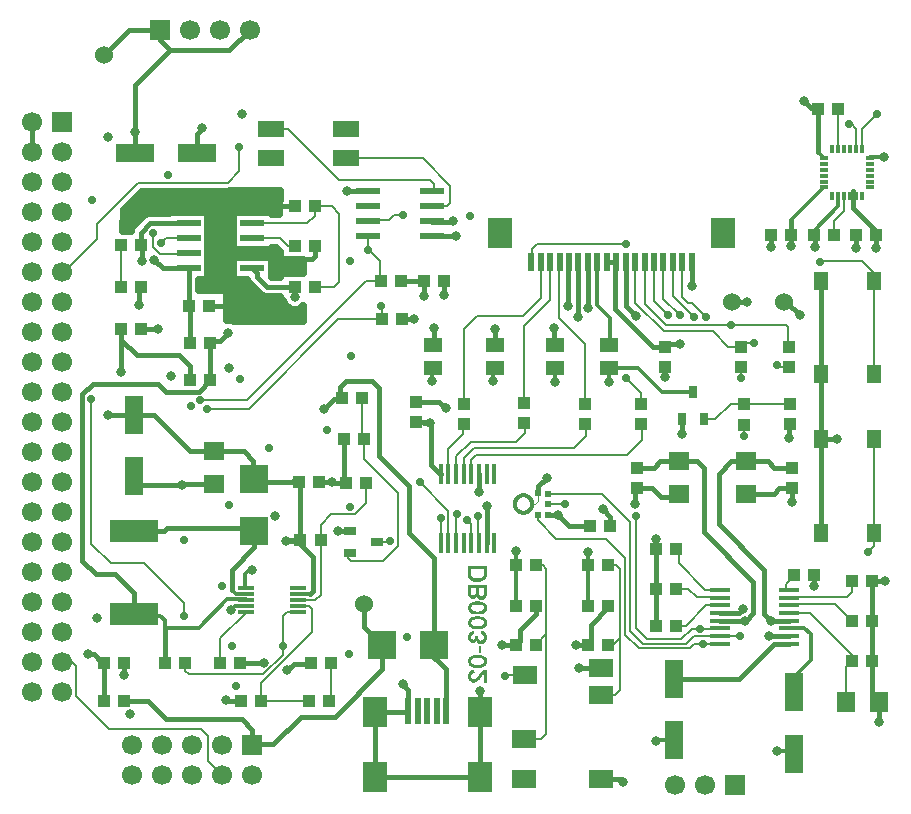
<source format=gbr>
G04 DipTrace 2.4.0.2*
%INBottom.gbr*%
%MOMM*%
%ADD12C,0.076*%
%ADD14C,0.2*%
%ADD15C,0.4*%
%ADD16C,0.3*%
%ADD17C,0.1*%
%ADD18C,0.33*%
%ADD19C,0.635*%
%ADD20R,1.3X1.55*%
%ADD21R,1.1X1.0*%
%ADD22R,1.0X1.1*%
%ADD23R,1.8X1.6*%
%ADD25R,1.65X3.3*%
%ADD26R,1.6X1.8*%
%ADD27R,3.3X1.65*%
%ADD28R,2.4X2.4*%
%ADD29R,1.7X1.7*%
%ADD31C,1.7*%
%ADD32R,0.6X1.6*%
%ADD33R,2.0X2.6*%
%ADD35R,0.5X2.3*%
%ADD36R,2.0X2.5*%
%ADD37R,2.15X1.5*%
%ADD38R,4.06X1.91*%
%ADD40R,1.05X0.65*%
%ADD41R,0.65X1.05*%
%ADD42R,1.5X1.3*%
%ADD44C,1.524*%
%ADD45R,2.0X0.6*%
%ADD46R,1.8X0.4*%
%ADD47R,0.65X0.3*%
%ADD48R,0.3X0.75*%
%ADD49R,2.1X3.2*%
%ADD50R,1.4X0.3*%
%ADD51R,0.4X1.8*%
%ADD53C,0.25*%
%ADD54R,0.522X0.6*%
%ADD55R,2.2X1.4*%
%ADD56C,0.7*%
%ADD58C,0.8*%
%FSLAX53Y53*%
G04*
G71*
G90*
G75*
G01*
%LNBottom*%
%LPD*%
X72880Y42000D2*
D14*
Y41050D1*
X70880Y23440D2*
X69440D1*
X55470Y34370D2*
Y33890D1*
X57010Y32350D1*
X61170D1*
X62830Y30690D1*
Y24210D1*
X63980Y23060D1*
X68300D1*
X68680Y23440D1*
X69440D1*
X17600Y44160D2*
Y31920D1*
X19280Y30240D1*
X22080D1*
X25440Y26880D1*
Y25800D1*
X15129Y21933D2*
X15987D1*
X16320Y21600D1*
Y19040D1*
X19120Y16240D1*
X26880D1*
X27520Y15600D1*
Y13510D1*
X28740Y12290D1*
X83920Y54190D2*
Y46240D1*
X79360Y55760D2*
Y55840D1*
X82880D1*
X84080Y54640D1*
Y54350D1*
X83920Y54190D1*
Y40750D2*
Y32800D1*
Y31760D1*
X83360Y31200D1*
X65278Y55773D2*
Y52482D1*
X66480Y51280D1*
X47860Y32000D2*
Y34700D1*
X45440Y37120D1*
X66078Y55773D2*
Y52642D1*
X67440Y51280D1*
X69200Y24720D2*
X70860D1*
X70880Y24740D1*
X69200Y24720D2*
X68470D1*
X67590Y23840D1*
X64640D1*
X63730Y24750D1*
Y34220D1*
X57700Y35250D2*
X56294D1*
X56292Y35252D1*
X39020Y40790D2*
D15*
Y37200D1*
X39180Y37040D1*
X39520Y33020D2*
X38560D1*
X30330Y18560D2*
X29030D1*
Y18650D1*
X30720Y26660D2*
D16*
Y26640D1*
X29760D1*
X29440Y26320D1*
X30260Y21840D2*
D15*
X32240D1*
X21860Y53640D2*
X21680D1*
Y52160D1*
X21280Y37650D2*
Y36870D1*
X25310D1*
X18700Y21840D2*
Y18560D1*
X36220Y21840D2*
Y21760D1*
X34800D1*
X34240Y21200D1*
X39180Y37040D2*
X38080D1*
X38000Y37120D1*
X44480Y17760D2*
Y19520D1*
X44000Y20000D1*
X41630Y12160D2*
X50530D1*
X41630Y17660D2*
X44380D1*
X44480Y17760D1*
X25310Y36870D2*
Y36950D1*
X28000D1*
X45150Y43890D2*
Y43880D1*
X47110D1*
X47625Y43365D1*
X63795Y36633D2*
X63670D1*
Y35310D1*
X50530Y17660D2*
Y19440D1*
X83770Y28720D2*
Y25330D1*
Y22000D1*
Y19030D1*
X84320Y18480D1*
Y16800D1*
X76680Y24090D2*
X75040D1*
X67386Y36080D2*
X67626Y35840D1*
X65890D1*
X65098Y36633D1*
X63795D1*
X76982Y36634D2*
X75894D1*
X75420Y36160D1*
X73140D1*
X73060Y36080D1*
X65440Y24960D2*
Y28120D1*
Y31440D1*
Y32320D1*
X61410Y26640D2*
Y26530D1*
X59920Y25040D1*
Y23530D1*
X59710Y23320D1*
X55280Y26640D2*
Y26000D1*
X53920Y24640D1*
Y23700D1*
X53580Y23360D1*
X59710Y23320D2*
Y23300D1*
X58670D1*
X53580Y23360D2*
X52430D1*
X50460Y37800D2*
X50480D1*
Y36320D1*
X67620Y42480D2*
X67660D1*
Y41170D1*
X66240Y46900D2*
X66230D1*
Y46040D1*
X62878Y55773D2*
X62880D1*
Y52080D1*
X63760Y51200D1*
X68477Y55773D2*
X68450D1*
Y53710D1*
X46440Y57950D2*
Y58000D1*
X48480D1*
X47460Y54160D2*
Y52970D1*
X79420Y32800D2*
Y40750D1*
Y46240D1*
Y54190D1*
Y40750D2*
X80800D1*
X76982Y36634D2*
X76950D1*
Y35460D1*
X83770Y28720D2*
X84800D1*
X78800Y29280D2*
Y28320D1*
X70880Y26040D2*
X72440D1*
X72800Y26400D1*
X34860Y60480D2*
X33360D1*
X31280Y56500D2*
X32860D1*
X33340Y56020D1*
X36290D1*
X36560Y56290D1*
Y57110D1*
X27620Y52000D2*
X29200D1*
X25980Y45760D2*
Y46920D1*
X25020Y47880D1*
X21470D1*
X20160Y49190D1*
Y50090D1*
Y46470D1*
X26550Y64960D2*
Y66630D1*
X27040Y67120D1*
X18700Y21840D2*
X18560D1*
X17840Y22560D1*
X17360D1*
X31200Y29709D2*
D16*
X30989D1*
X30640Y29360D1*
Y28160D1*
X30720D1*
X77940Y69390D2*
D15*
X78560Y68770D1*
X79180D1*
Y68680D1*
X78780Y58080D2*
D16*
Y58370D1*
X80875Y60465D1*
Y61355D1*
X79650Y64580D2*
X79120Y65110D1*
D15*
Y68680D1*
X79180D1*
X75180Y58080D2*
Y57070D1*
X75220D1*
X78780Y58080D2*
X78890D1*
Y57070D1*
X82380Y58080D2*
X82410D1*
Y56960D1*
X83600Y64580D2*
D16*
Y64630D1*
X84740D1*
X41630Y17660D2*
D15*
Y12160D1*
X50530Y17660D2*
Y12160D1*
X76800Y42080D2*
X76740D1*
Y40850D1*
X36900Y37120D2*
X38000D1*
X60800Y12000D2*
X62400D1*
X62640Y11760D1*
X55470Y36169D2*
Y36780D1*
X56180Y37490D1*
X54929Y35260D2*
D17*
X55160D1*
X55470Y35570D1*
Y36169D1*
X76320Y52410D2*
D15*
X76470D1*
X77610Y51270D1*
X36560Y57080D2*
Y57110D1*
X61530Y33410D2*
Y34150D1*
X60970Y34890D1*
X15129Y54953D2*
D14*
X15353D1*
X18090Y57690D1*
Y58990D1*
X21580Y62480D1*
X29200D1*
X30160Y63440D1*
Y65520D1*
X60478Y55773D2*
D16*
Y52082D1*
X61520Y51040D1*
Y48780D1*
X61440Y48700D1*
X59678Y55773D2*
D15*
Y51842D1*
X56790Y50160D2*
Y48790D1*
X56880Y48700D1*
X58878Y55773D2*
X58800D1*
Y51120D1*
X51840Y50130D2*
Y48700D1*
X58078Y55773D2*
X58000D1*
Y52000D1*
X46660Y50190D2*
Y48700D1*
X46560D1*
X72550Y24090D2*
D14*
X70880D1*
X56292Y36148D2*
X60842D1*
X63280Y33710D1*
Y24550D1*
X64380Y23450D1*
X68020D1*
X68660Y24090D1*
X70880D1*
X82070Y28720D2*
Y27830D1*
X81600Y27360D1*
X76700D1*
X76680Y27340D1*
X80875Y65305D2*
Y66725D1*
X80880Y66730D1*
Y68680D1*
X53580Y26640D2*
D16*
Y30080D1*
Y31310D1*
X65480Y15170D2*
Y15270D1*
X66960D1*
X82070Y22000D2*
D14*
Y22490D1*
X78520Y26040D1*
X76680D1*
X81520Y18480D2*
Y21450D1*
X82070Y22000D1*
X55280Y30080D2*
X55840D1*
X56160Y29760D1*
Y24240D1*
X55280Y23360D1*
X54291Y15347D2*
X55747D1*
X56160Y15760D1*
Y24240D1*
X30720Y26160D2*
Y26080D1*
X28560Y23920D1*
Y21840D1*
X22880Y58240D2*
Y57040D1*
X23440Y56480D1*
X25860D1*
X25880Y56500D1*
X46560Y46800D2*
D16*
X46460D1*
Y45670D1*
X51620D2*
Y46800D1*
X51840D1*
X56880D2*
Y45610D1*
X61440Y46800D2*
Y45610D1*
Y46800D2*
X63920D1*
X65920Y44800D1*
X68550D1*
X68570Y44780D1*
X32880Y67040D2*
D14*
X34300D1*
X38620Y62720D1*
X46320D1*
X46640Y62400D1*
Y61960D1*
X46440Y61760D1*
X39180Y64540D2*
X45700D1*
X48000Y62240D1*
Y60720D1*
X47770Y60490D1*
X46440D1*
X82070Y25330D2*
Y25370D1*
X80640Y26800D1*
X76790D1*
X76680Y26690D1*
X67140Y28120D2*
X68160D1*
X68920Y27360D1*
X70860D1*
X70880Y27340D1*
X59710Y30080D2*
D16*
Y26640D1*
Y30080D2*
Y31250D1*
X75650Y14380D2*
X76890D1*
X77120Y14150D1*
X61410Y30080D2*
D14*
X62080D1*
X62400Y29760D1*
Y23920D1*
X61800Y23320D1*
X61410D1*
X62400Y23920D2*
Y19520D1*
X62000Y19120D1*
X60845D1*
X60822Y19097D1*
X70880Y26690D2*
X69700D1*
X67970Y24960D1*
X67140D1*
X70880Y27990D2*
X69610D1*
X67360Y30240D1*
Y31440D1*
X67140D1*
X77100Y29280D2*
Y29100D1*
X76480Y28480D1*
Y28190D1*
X76680Y27990D1*
X80480Y58080D2*
Y59200D1*
X81360Y60080D1*
Y61340D1*
X81375Y61355D1*
X21900Y55830D2*
D15*
Y57240D1*
X21860Y57200D1*
X47680Y17760D2*
Y21280D1*
X45840Y23120D1*
X46880D1*
X46640Y23360D1*
Y30720D1*
X44560Y32800D1*
Y36800D1*
X42000Y39360D1*
Y45120D1*
X41410Y45710D1*
X39220D1*
X38720Y45210D1*
Y44440D1*
X38880Y44280D1*
X34860Y53660D2*
X32500D1*
X31680Y54480D1*
Y54830D1*
X31280Y55230D1*
X34860Y53660D2*
Y52780D1*
X37370Y43320D2*
X38220Y44170D1*
X38880D1*
Y44280D1*
X25880Y59040D2*
X22640D1*
X21840Y58240D1*
Y57220D1*
X21860Y57200D1*
Y50090D2*
X23260D1*
X34860Y57110D2*
D14*
X34250D1*
X33600Y57760D1*
X31290D1*
X31280Y57770D1*
X36560Y53660D2*
X38220D1*
X38640Y54080D1*
Y59840D1*
X38000Y60480D1*
X36560D1*
X31280Y59040D2*
X35920D1*
X36560Y59680D1*
Y60480D1*
X20160Y53640D2*
Y57200D1*
X25880Y57770D2*
X23930D1*
X23520Y57360D1*
X69520Y42480D2*
X70480D1*
X71760Y43760D1*
X72820D1*
X72880Y43700D1*
X76720D1*
X76800Y43780D1*
X12589Y65113D2*
D15*
Y67653D1*
X28000Y39750D2*
X30550D1*
X31360Y38940D1*
Y37360D1*
X31430D1*
X35340Y32240D2*
X34100D1*
Y32160D1*
X35340D1*
Y37170D1*
X31430D1*
Y37360D1*
X31280Y14830D2*
Y16160D1*
X30400Y17040D1*
X23990D1*
X22470Y18560D1*
X20400D1*
X40700Y26850D2*
Y24900D1*
X42240Y23360D1*
Y21290D1*
X38230Y17280D1*
X35360D1*
X33040Y14960D1*
X31410D1*
X31280Y14830D1*
X35340Y32240D2*
Y31860D1*
X36400Y30800D1*
Y27920D1*
X36140Y27660D1*
D18*
X35120D1*
X21280Y42850D2*
D15*
X19040D1*
X28000Y39750D2*
X26010D1*
X22910Y42850D1*
X21280D1*
X35200Y37120D2*
Y37280D1*
X34800D1*
X30560D2*
X30640Y37360D1*
X31430D1*
X35200Y37310D2*
X35340Y37170D1*
X40700Y26850D2*
Y26890D1*
X40580Y44280D2*
D14*
Y40930D1*
X40720Y40790D1*
Y39120D1*
X43600Y36240D1*
Y31760D1*
X42320Y30480D1*
X39640D1*
X39400Y30720D1*
Y31120D1*
X39520D1*
X25600Y21840D2*
Y21140D1*
X25890Y20850D1*
X32210D1*
X33840Y22480D1*
Y23280D1*
Y25760D1*
X34240Y26160D1*
X35120D1*
X41820Y32070D2*
X42870D1*
X42960Y32160D1*
X30720Y27660D2*
D16*
X29860D1*
X29520Y28000D1*
D15*
Y29700D1*
X31430Y31610D1*
Y32960D1*
X21280D2*
X23760D1*
X24010Y33210D1*
X31430D1*
Y32960D1*
X40880Y37040D2*
D14*
Y35360D1*
X39920Y34400D1*
X37920D1*
X37040Y33520D1*
Y32240D1*
X35120Y27160D2*
X36600D1*
X37040Y27600D1*
Y32240D1*
X36060Y18560D2*
X32000D1*
Y20080D1*
X36320Y24400D1*
Y26400D1*
X36080Y26640D1*
X35140D1*
X35120Y26660D1*
X36060Y18560D2*
D3*
X37920Y21840D2*
Y18560D1*
X37760D1*
X47860Y37800D2*
Y39940D1*
X49120Y41200D1*
Y41980D1*
X49200Y42060D1*
X49160Y37800D2*
Y39160D1*
X50000Y40000D1*
X58480D1*
X59520Y41040D1*
Y41980D1*
X59440Y42060D1*
X48510Y37800D2*
Y39310D1*
X49760Y40560D1*
X53600D1*
X54320Y41280D1*
Y42060D1*
X54240Y42140D1*
X49810Y37800D2*
Y39010D1*
X50240Y39440D1*
X62960D1*
X64240Y40720D1*
Y41980D1*
X64160Y42060D1*
X72640Y46900D2*
Y45920D1*
X76720Y46900D2*
X75850D1*
X75720Y47030D1*
X77120Y19350D2*
D16*
Y20640D1*
X78560Y22080D1*
Y24240D1*
X78000Y24800D1*
X76740D1*
X76680Y24740D1*
X66960Y20470D2*
D15*
X72470D1*
X75440Y23440D1*
X76680D1*
X50460Y32000D2*
D14*
X50400D1*
Y34240D1*
X67678Y55773D2*
Y52802D1*
X68160Y52320D1*
X68480D1*
X69680Y51120D1*
X42270Y50910D2*
Y52050D1*
X42190D1*
X27440Y43360D2*
X31000D1*
X38550Y50910D1*
X42270D1*
X41040Y59220D2*
Y59280D1*
X42800D1*
X43280Y59760D1*
X44000D1*
X81760Y67440D2*
Y67520D1*
X81920D1*
X82400Y67040D1*
Y65330D1*
X82375Y65305D1*
X66878Y55773D2*
Y52882D1*
X68640Y51120D1*
X47210Y34090D2*
Y32000D1*
X41040Y57950D2*
Y56790D1*
Y56890D1*
X42090Y55840D1*
Y54160D1*
X42140D1*
X26800Y44080D2*
X30850D1*
X40930Y54160D1*
X42140D1*
X82875Y65305D2*
Y67035D1*
X84160Y68320D1*
X64478Y55773D2*
Y52242D1*
X66320Y50400D1*
X71824D1*
X76480D1*
X76640Y50240D1*
Y48680D1*
X76720Y48600D1*
X48510Y32000D2*
Y34350D1*
X48560Y34400D1*
X63678Y55773D2*
Y52322D1*
X66090Y49910D1*
X70250D1*
X71560Y48600D1*
X72640D1*
X49810Y32000D2*
Y33550D1*
X49440Y33920D1*
X73710Y48910D2*
X72950D1*
X72640Y48600D1*
X60788Y21397D2*
D15*
X58960D1*
X54368Y20797D2*
D14*
X52583D1*
X52680Y20700D1*
X23445Y75440D2*
D15*
X20850D1*
X18720Y73310D1*
X25880Y55230D2*
Y52040D1*
X25920Y52000D1*
X26000Y48880D2*
Y51920D1*
X25920Y52000D1*
X25880Y55230D2*
X23700D1*
X22960Y55970D1*
Y55900D1*
X21350Y66780D2*
Y64960D1*
X23445Y75440D2*
Y74555D1*
X24320Y73680D1*
X29305D1*
X31065Y75440D1*
X21350Y64960D2*
Y70710D1*
X24320Y73680D1*
X27700Y48880D2*
Y49070D1*
X28510D1*
X29235Y49795D1*
X30720Y27160D2*
D16*
Y27200D1*
X29120D1*
X26720Y24800D1*
X23830D1*
Y25430D1*
X23450Y25810D1*
X21050D1*
X20890Y25970D1*
X21280D1*
X23900Y21840D2*
D15*
X23830D1*
Y24800D1*
X27700Y48880D2*
Y45780D1*
X27680Y45760D1*
X21280Y25970D2*
Y27760D1*
X19680Y29360D1*
X18000D1*
X16880Y30480D1*
Y44560D1*
X17760Y45440D1*
X23280D1*
X23920Y44800D1*
X26720D1*
X27680Y45760D1*
X41040Y61760D2*
Y61790D1*
X39240D1*
X46440Y59220D2*
Y59180D1*
X48050D1*
X48100Y59230D1*
X48280D1*
X66240Y48600D2*
X65160D1*
X62000Y51760D1*
Y55695D1*
X62078Y55773D1*
X61278D2*
X62078D1*
X73060Y38880D2*
X74920D1*
X75466Y38334D1*
X76982D1*
X67386Y38880D2*
X65780D1*
X65233Y38333D1*
X63795D1*
X73060Y38880D2*
X71820D1*
X70740Y37800D1*
Y33570D1*
X74590Y29720D1*
Y25970D1*
X75170Y25390D1*
X76680D1*
X70880D2*
X73040D1*
X73680Y26030D1*
Y28710D1*
X69510Y32880D1*
Y38290D1*
X68920Y38880D1*
X67386D1*
X70880Y25390D2*
Y25360D1*
X72960D1*
X45150Y42190D2*
X46230D1*
X46400Y42020D1*
Y38560D1*
X47160Y37800D1*
X47210D1*
X45150Y42190D2*
X46320Y42160D1*
X51110Y32000D2*
X51120D1*
Y35120D1*
X66240Y48600D2*
Y48830D1*
X67460D1*
X20400Y21840D2*
Y20800D1*
X43840Y54160D2*
X45760D1*
X45770D2*
Y52920D1*
X76880Y58080D2*
Y59310D1*
D16*
X79650Y62080D1*
X84080Y58080D2*
D15*
Y58400D1*
X82160Y60320D1*
Y61760D1*
D16*
Y61355D1*
X82375D1*
X81875D2*
X82375D1*
X84080Y58080D2*
D15*
Y56960D1*
X84030D1*
X76880Y58080D2*
Y57130D1*
X56292Y34353D2*
X57123D1*
X71840Y52400D2*
X73190D1*
X43970Y50910D2*
X44930D1*
X59830Y33410D2*
X58066D1*
X57123Y34353D1*
X59440Y43760D2*
D14*
Y48800D1*
X57200Y51040D1*
Y55695D1*
X57278Y55773D1*
X49200Y43760D2*
Y50080D1*
X50320Y51200D1*
X54160D1*
X55678Y52718D1*
Y55773D1*
X64160Y43760D2*
Y44640D1*
X62880Y45920D1*
Y57280D2*
X55360D1*
X54960Y56880D1*
Y55773D1*
X54882D1*
X54240Y43840D2*
Y50320D1*
X56478Y52558D1*
Y55773D1*
D56*
X72880Y41050D3*
X44320Y24000D3*
X69440Y23440D3*
X49680Y59680D3*
X39440Y22560D3*
D3*
X17600Y44160D3*
X25440Y25800D3*
X39520Y35040D3*
X25440Y32190D3*
X17680Y61040D3*
X79360Y55760D3*
X83360Y31200D3*
X28720Y28320D3*
X66480Y51280D3*
X37570Y41530D3*
X45440Y37120D3*
X67440Y51280D3*
X32670Y40000D3*
X29920Y19840D3*
X69200Y24720D3*
X63730Y34220D3*
X57700Y35250D3*
X69200Y24720D3*
D58*
X38560Y33020D3*
X29030Y18650D3*
X29440Y26320D3*
X32240Y21840D3*
X24400Y46080D3*
X21680Y52160D3*
X25310Y36870D3*
X34240Y21200D3*
X38000Y37120D3*
X44000Y20000D3*
X47625Y43365D3*
X63670Y35310D3*
X50530Y19440D3*
X84320Y16800D3*
X75040Y24090D3*
X65440Y32320D3*
X58670Y23300D3*
X52430Y23360D3*
X50480Y36320D3*
X67660Y41170D3*
X66230Y46040D3*
X63760Y51200D3*
X68450Y53710D3*
X48480Y58000D3*
X47460Y52970D3*
X80800Y40750D3*
X76950Y35460D3*
X33200Y34240D3*
X84800Y28720D3*
X78800Y28320D3*
X31200Y29709D3*
X18080Y25658D3*
X72800Y26400D3*
X31040Y53840D3*
X29298Y46778D3*
X30400Y68320D3*
X33360Y60480D3*
X29200Y52000D3*
X20160Y46470D3*
X27040Y67120D3*
X20870Y17470D3*
X17360Y22560D3*
X31200Y29709D3*
X77940Y69390D3*
X75220Y57070D3*
X78890D3*
X82410Y56960D3*
X84740Y64630D3*
X76740Y40850D3*
X62640Y11760D3*
X56180Y37490D3*
X77610Y51270D3*
X36560Y57080D3*
X60970Y34890D3*
D56*
X30160Y65520D3*
X24160Y63120D3*
D58*
X59678Y51842D3*
X56790Y50160D3*
X58800Y51120D3*
X51840Y50130D3*
X58000Y52000D3*
X46660Y50190D3*
D56*
X29520Y23280D3*
X72550Y24090D3*
D58*
X53580Y31310D3*
X65480Y15170D3*
D56*
X22880Y58240D3*
D58*
X46460Y45670D3*
X51620D3*
X56880Y45610D3*
X61440D3*
X56880D3*
X59710Y31250D3*
X75650Y14380D3*
X21900Y55830D3*
X34860Y52780D3*
X37370Y43320D3*
X23260Y50090D3*
X21900Y55830D3*
X34860Y52780D3*
D56*
X23520Y57360D3*
D58*
X19040Y66320D3*
Y42850D3*
X40700Y26890D3*
X34100Y32160D3*
D56*
X42960D3*
X33840Y23280D3*
X72640Y45920D3*
X75720Y47030D3*
X50400Y34240D3*
X69680Y51120D3*
X29280Y35200D3*
X42190Y52050D3*
X27440Y43360D3*
X44000Y59760D3*
X81760Y67440D3*
X42190Y52050D3*
X44000Y59760D3*
X68640Y51120D3*
X47210Y34090D3*
D3*
X26800Y44080D3*
X41040Y56790D3*
X84160Y68320D3*
X41040Y56790D3*
X48560Y34400D3*
X71824Y50400D3*
X49440Y33920D3*
X73710Y48910D3*
D58*
X58960Y21397D3*
D56*
X52680Y20700D3*
D58*
X22960Y55900D3*
X21350Y66780D3*
X29235Y49795D3*
D56*
X26080Y43600D3*
X39600Y47840D3*
X26080Y43600D3*
X30240Y45840D3*
X39520Y55840D3*
X30240Y45840D3*
D58*
X39240Y61790D3*
X48280Y59230D3*
X72960Y25360D3*
X75170Y25390D3*
X46320Y42160D3*
X51120Y35120D3*
X67460Y48830D3*
X20400Y20800D3*
X45770Y52920D3*
X84030Y56960D3*
X76880Y57130D3*
X57123Y34353D3*
X73190Y52400D3*
X44930Y50910D3*
D56*
X62880Y45920D3*
Y57280D3*
X21423Y61171D2*
D19*
X33499D1*
X20798Y60539D2*
X33499D1*
X20430Y59908D2*
X22486D1*
X27614D2*
X29541D1*
X33011D2*
X33490D1*
X20420Y59276D2*
X21573D1*
X27614D2*
X29541D1*
X20401Y58644D2*
X21008D1*
X27614D2*
X29541D1*
X27614Y58013D2*
X29541D1*
X27614Y57381D2*
X29541D1*
X27614Y56749D2*
X33450D1*
X27614Y56118D2*
X29541D1*
X33011D2*
X33579D1*
X27614Y55486D2*
X29541D1*
X33011D2*
X35533D1*
X27614Y54854D2*
X29541D1*
X33011D2*
X35533D1*
X26820Y54223D2*
X30781D1*
X26820Y53591D2*
X31267D1*
X29162Y52959D2*
X31912D1*
X29172Y52328D2*
X33827D1*
X29181Y51696D2*
X35524D1*
X29201Y51064D2*
X35524D1*
X20336Y58373D2*
X20984D1*
X21097Y58699D1*
X21447Y59082D1*
X22023Y59657D1*
X22283Y59836D1*
X22640Y59913D1*
X24198D1*
X24207Y60013D1*
X27553D1*
X27543Y58067D1*
X27553Y57790D1*
X27543Y56797D1*
X27553Y56520D1*
X27543Y55527D1*
X27553Y55250D1*
Y54257D1*
X26749D1*
X26753Y53375D1*
X28782Y53357D1*
X29049Y53200D1*
X29097Y53046D1*
X29139Y50854D1*
X29259Y50868D1*
X29571Y50814D1*
X29739Y50730D1*
X35583Y50758D1*
X35586Y51999D1*
X35265Y51786D1*
X34958Y51712D1*
X34642Y51730D1*
X34345Y51839D1*
X34093Y52030D1*
X33907Y52286D1*
X33840Y52483D1*
X33637Y52487D1*
Y52795D1*
X32500Y52787D1*
X32189Y52844D1*
X31883Y53043D1*
X31063Y53863D1*
X30901Y54086D1*
X30730Y54257D1*
X29607D1*
Y56203D1*
X32953D1*
Y54526D1*
X33641Y54533D1*
X33637Y54833D1*
X35592D1*
X35596Y55928D1*
X34178Y55937D1*
X33637D1*
Y56622D1*
X33276Y56991D1*
X32955Y56987D1*
X32953Y56797D1*
X29607D1*
X29617Y58743D1*
X29607Y59020D1*
Y60013D1*
X32953D1*
Y59805D1*
X33552Y59813D1*
X33570Y61796D1*
X29555Y61790D1*
X29403Y61734D1*
X29200Y61707D1*
X21907D1*
X20367Y60170D1*
X20338Y58375D1*
X20955Y58373D1*
X35584Y51999D2*
X35537Y51948D1*
X35265Y51786D1*
X34958Y51712D1*
X34642Y51730D1*
X34345Y51839D1*
X34093Y52030D1*
X33907Y52286D1*
X33840Y52483D1*
D21*
X45760Y54160D3*
X47460D3*
X84080Y58080D3*
X82380D3*
D22*
X66240Y48600D3*
Y46900D3*
D23*
X67386Y38880D3*
Y36080D3*
D22*
X63795Y38333D3*
Y36633D3*
D25*
X66960Y20470D3*
Y15270D3*
D23*
X73060Y38880D3*
Y36080D3*
D22*
X76982Y38334D3*
Y36634D3*
D25*
X77120Y19350D3*
Y14150D3*
D21*
X61410Y23320D3*
X59710D3*
D26*
X81520Y18480D3*
X84320D3*
D21*
X82070Y22000D3*
X83770D3*
X55280Y23360D3*
X53580D3*
X80880Y68680D3*
X79180D3*
X76880Y58080D3*
X75180D3*
X80480D3*
X78780D3*
X25920Y52000D3*
X27620D3*
X21860Y50090D3*
X20160D3*
X35200Y37120D3*
X36900D3*
D23*
X28000Y39750D3*
Y36950D3*
D27*
X21350Y64960D3*
X26550D3*
D21*
X27680Y45760D3*
X25980D3*
X37920Y21840D3*
X36220D3*
D22*
X45150Y42190D3*
Y43890D3*
D25*
X21280Y42850D3*
Y37650D3*
D21*
X32030Y18560D3*
X30330D3*
X20400Y21840D3*
X18700D3*
X20400Y18560D3*
X18700D3*
D28*
X42240Y23360D3*
X46640D3*
D21*
X20160Y57200D3*
X21860D3*
D28*
X31430Y37360D3*
Y32960D3*
D29*
X15129Y67653D3*
D31*
X12589D3*
X15129Y65113D3*
X12589D3*
X15129Y62573D3*
X12589D3*
X15129Y60033D3*
X12589D3*
X15129Y57493D3*
X12589D3*
X15129Y54953D3*
X12589D3*
X15129Y52413D3*
X12589D3*
X15129Y49873D3*
X12589D3*
X15129Y47333D3*
X12589D3*
X15129Y44793D3*
X12589D3*
X15129Y42253D3*
X12589D3*
X15129Y39713D3*
X12589D3*
X15129Y37173D3*
X12589D3*
X15129Y34633D3*
X12589D3*
X15129Y32093D3*
X12589D3*
X15129Y29553D3*
X12589D3*
X15129Y27013D3*
X12589D3*
X15129Y24473D3*
X12589D3*
X15129Y21933D3*
X12589D3*
X15129Y19393D3*
X12589D3*
D32*
X54882Y55773D3*
X55678D3*
X56478D3*
X57278D3*
X58078D3*
X58878D3*
X59678D3*
X60478D3*
X61278D3*
X62078D3*
X62878D3*
X63678D3*
X64478D3*
X65278D3*
X66078D3*
X66878D3*
D33*
X71148Y58232D3*
X52214D3*
D32*
X67678Y55773D3*
X68477D3*
D29*
X72120Y11520D3*
D31*
X69580D3*
X67040D3*
D35*
X47680Y17760D3*
X46880D3*
X46080D3*
X45280D3*
X44480D3*
D36*
X50530Y17660D3*
X41630D3*
X50530Y12160D3*
X41630D3*
D29*
X23445Y75440D3*
D31*
X25985D3*
X28525D3*
X31065D3*
D37*
X60800Y12000D3*
X54368Y20797D3*
X60788Y21397D3*
X60822Y19097D3*
X54291Y15347D3*
Y11997D3*
D29*
X31280Y14830D3*
D31*
Y12290D3*
X28740Y14830D3*
Y12290D3*
X26200Y14830D3*
Y12290D3*
X23660Y14830D3*
Y12290D3*
X21120Y14830D3*
Y12290D3*
D38*
X21280Y25970D3*
Y32960D3*
D40*
X39520Y31120D3*
Y33020D3*
X41820Y32070D3*
D41*
X69520Y42480D3*
X67620D3*
X68570Y44780D3*
D21*
X43970Y50910D3*
X42270D3*
X43840Y54160D3*
X42140D3*
X83770Y25330D3*
X82070D3*
X65440Y28120D3*
X67140D3*
X61410Y26640D3*
X59710D3*
X61410Y30080D3*
X59710D3*
X55280Y26640D3*
X53580D3*
X55280Y30080D3*
X53580D3*
X65440Y24960D3*
X67140D3*
X83770Y28720D3*
X82070D3*
X65440Y31440D3*
X67140D3*
X78800Y29280D3*
X77100D3*
X34860Y53660D3*
X36560D3*
Y60480D3*
X34860D3*
X36560Y57110D3*
X34860D3*
X21860Y53640D3*
X20160D3*
D42*
X61440Y46800D3*
Y48700D3*
X56880Y46800D3*
Y48700D3*
X51840Y46800D3*
Y48700D3*
X46560Y46800D3*
Y48700D3*
D22*
X72880Y42000D3*
Y43700D3*
X76800Y42080D3*
Y43780D3*
D21*
X38880Y44280D3*
X40580D3*
X27700Y48880D3*
X26000D3*
X40720Y40790D3*
X39020D3*
D22*
X64160Y43760D3*
Y42060D3*
X54240Y43840D3*
Y42140D3*
D21*
X25600Y21840D3*
X23900D3*
X37040Y32240D3*
X35340D3*
X39180Y37040D3*
X40880D3*
X30260Y21840D3*
X28560D3*
X37760Y18560D3*
X36060D3*
D22*
X59440Y43760D3*
Y42060D3*
X49200Y43760D3*
Y42060D3*
X76720Y48600D3*
Y46900D3*
X72640Y48600D3*
Y46900D3*
D20*
X83920Y46240D3*
Y54190D3*
X79420Y46240D3*
Y54190D3*
X83920Y32800D3*
Y40750D3*
X79420Y32800D3*
Y40750D3*
D44*
X18720Y73310D3*
X40700Y26850D3*
X71840Y52400D3*
X76320Y52410D3*
D45*
X46440Y61760D3*
Y60490D3*
Y59220D3*
Y57950D3*
X41040D3*
Y59220D3*
Y60490D3*
Y61760D3*
D46*
X70880Y23440D3*
Y24090D3*
Y24740D3*
Y25390D3*
Y26040D3*
Y26690D3*
Y27340D3*
Y27990D3*
X76680D3*
Y27340D3*
Y26690D3*
Y26040D3*
Y25390D3*
Y24740D3*
Y24090D3*
Y23440D3*
D47*
X83600Y64580D3*
Y64080D3*
Y63580D3*
Y63080D3*
Y62580D3*
Y62080D3*
D48*
X82875Y61355D3*
X82375D3*
X81875D3*
X81375D3*
X80875D3*
X80375D3*
D47*
X79650Y62080D3*
Y62580D3*
Y63080D3*
Y63580D3*
Y64080D3*
Y64580D3*
D48*
X80375Y65305D3*
X80875D3*
X81375D3*
X81875D3*
X82375D3*
X82875D3*
D45*
X31280Y59040D3*
Y57770D3*
Y56500D3*
Y55230D3*
X25880D3*
Y56500D3*
Y57770D3*
Y59040D3*
D49*
X28580Y57035D3*
D50*
X30720Y26160D3*
Y26660D3*
Y27160D3*
Y27660D3*
Y28160D3*
X35120D3*
Y27660D3*
Y27160D3*
Y26660D3*
Y26160D3*
D51*
X47210Y37800D3*
X47860D3*
X48510D3*
X49160D3*
X49810D3*
X50460D3*
X51110D3*
X51760D3*
Y32000D3*
X51110D3*
X50460D3*
X49810D3*
X49160D3*
X48510D3*
X47860D3*
X47210D3*
D53*
X54929Y35260D3*
D54*
X55470Y34370D3*
Y36169D3*
X56292Y36148D3*
Y35252D3*
Y34353D3*
D55*
X32880Y67040D3*
Y64540D3*
X39180D3*
Y67040D3*
D21*
X59830Y33410D3*
X61530D3*
X53492Y35271D2*
D16*
X53494Y35322D1*
X53499Y35374D1*
X53508Y35424D1*
X53520Y35474D1*
X53536Y35523D1*
X53555Y35571D1*
X53578Y35617D1*
X53603Y35662D1*
X53632Y35704D1*
X53663Y35745D1*
X53698Y35783D1*
X53734Y35819D1*
X53774Y35852D1*
X53815Y35882D1*
X53858Y35909D1*
X53903Y35933D1*
X53950Y35954D1*
X53998Y35972D1*
X54047Y35986D1*
X54097Y35997D1*
X54148Y36004D1*
X54199Y36008D1*
X54250D1*
X54301Y36004D1*
X54352Y35997D1*
X54402Y35986D1*
X54451Y35972D1*
X54499Y35954D1*
X54546Y35933D1*
X54591Y35909D1*
X54634Y35882D1*
X54676Y35852D1*
X54715Y35819D1*
X54752Y35783D1*
X54786Y35745D1*
X54817Y35704D1*
X54846Y35662D1*
X54871Y35617D1*
X54894Y35571D1*
X54913Y35523D1*
X54929Y35474D1*
X54941Y35424D1*
X54950Y35374D1*
X54955Y35322D1*
X54957Y35271D1*
X54955Y35220D1*
X54950Y35168D1*
X54941Y35118D1*
X54929Y35068D1*
X54913Y35019D1*
X54894Y34971D1*
X54871Y34925D1*
X54846Y34881D1*
X54817Y34838D1*
X54786Y34797D1*
X54752Y34759D1*
X54715Y34723D1*
X54676Y34690D1*
X54634Y34660D1*
X54591Y34633D1*
X54546Y34609D1*
X54499Y34588D1*
X54451Y34570D1*
X54402Y34556D1*
X54352Y34545D1*
X54301Y34538D1*
X54250Y34535D1*
X54199D1*
X54148Y34538D1*
X54097Y34545D1*
X54047Y34556D1*
X53998Y34570D1*
X53950Y34588D1*
X53903Y34609D1*
X53858Y34633D1*
X53815Y34660D1*
X53774Y34690D1*
X53734Y34723D1*
X53698Y34759D1*
X53663Y34797D1*
X53632Y34838D1*
X53603Y34881D1*
X53578Y34925D1*
X53555Y34971D1*
X53536Y35019D1*
X53520Y35068D1*
X53508Y35118D1*
X53499Y35168D1*
X53494Y35220D1*
X53492Y35271D1*
X49514Y30038D2*
D12*
X51072D1*
X49514Y30000D2*
X51072D1*
X49514Y29962D2*
X51072D1*
X49514Y29924D2*
X51072D1*
X49514Y29886D2*
X51072D1*
X49514Y29848D2*
X49666D1*
X50920D2*
X51072D1*
X49514Y29810D2*
X49666D1*
X50920D2*
X51072D1*
X49514Y29772D2*
X49666D1*
X50920D2*
X51072D1*
X49514Y29734D2*
X49666D1*
X50920D2*
X51072D1*
X49514Y29696D2*
X49666D1*
X50920D2*
X51072D1*
X49514Y29658D2*
X49666D1*
X50920D2*
X51072D1*
X49514Y29620D2*
X49666D1*
X50920D2*
X51072D1*
X49514Y29582D2*
X49666D1*
X50920D2*
X51072D1*
X49514Y29544D2*
X49666D1*
X50920D2*
X51072D1*
X49514Y29506D2*
X49666D1*
X50918D2*
X51072D1*
X49514Y29468D2*
X49666D1*
X50913D2*
X51072D1*
X49514Y29430D2*
X49666D1*
X50904D2*
X51070D1*
X49514Y29392D2*
X49666D1*
X50894D2*
X51065D1*
X49514Y29354D2*
X49667D1*
X50888D2*
X51056D1*
X49514Y29316D2*
X49672D1*
X50883D2*
X51046D1*
X49515Y29278D2*
X49683D1*
X50876D2*
X51038D1*
X49520Y29240D2*
X49699D1*
X50865D2*
X51030D1*
X49531Y29202D2*
X49721D1*
X50849D2*
X51019D1*
X49545Y29164D2*
X49750D1*
X50825D2*
X51007D1*
X49563Y29126D2*
X49785D1*
X50790D2*
X50994D1*
X49582Y29088D2*
X49832D1*
X50736D2*
X50976D1*
X49606Y29050D2*
X49910D1*
X50650D2*
X50953D1*
X49635Y29012D2*
X50056D1*
X50497D2*
X50925D1*
X49669Y28974D2*
X50291D1*
X50259D2*
X50890D1*
X49707Y28936D2*
X50848D1*
X49752Y28898D2*
X50799D1*
X49814Y28860D2*
X50735D1*
X49904Y28822D2*
X50644D1*
X50024Y28784D2*
X50523D1*
X50160Y28746D2*
X50388D1*
X49514Y28442D2*
X51072D1*
X49514Y28404D2*
X51072D1*
X49514Y28366D2*
X51072D1*
X49514Y28328D2*
X51072D1*
X49514Y28290D2*
X51072D1*
X49514Y28252D2*
X51072D1*
X49514Y28214D2*
X49666D1*
X50198D2*
X50350D1*
X50920D2*
X51072D1*
X49514Y28176D2*
X49666D1*
X50198D2*
X50350D1*
X50920D2*
X51072D1*
X49514Y28138D2*
X49666D1*
X50198D2*
X50350D1*
X50920D2*
X51072D1*
X49514Y28100D2*
X49666D1*
X50198D2*
X50350D1*
X50920D2*
X51072D1*
X49514Y28062D2*
X49666D1*
X50198D2*
X50350D1*
X50920D2*
X51072D1*
X49514Y28024D2*
X49666D1*
X50198D2*
X50350D1*
X50920D2*
X51072D1*
X49514Y27986D2*
X49666D1*
X50198D2*
X50350D1*
X50920D2*
X51072D1*
X49514Y27948D2*
X49666D1*
X50198D2*
X50350D1*
X50920D2*
X51072D1*
X49514Y27910D2*
X49666D1*
X50198D2*
X50350D1*
X50920D2*
X51072D1*
X49514Y27872D2*
X49666D1*
X50196D2*
X50350D1*
X50920D2*
X51072D1*
X49514Y27834D2*
X49666D1*
X50191D2*
X50350D1*
X50918D2*
X51072D1*
X49514Y27796D2*
X49666D1*
X50182D2*
X50350D1*
X50913D2*
X51072D1*
X49514Y27758D2*
X49667D1*
X50172D2*
X50350D1*
X50904D2*
X51070D1*
X49514Y27720D2*
X49672D1*
X50164D2*
X50351D1*
X50894D2*
X51065D1*
X49515Y27682D2*
X49683D1*
X50154D2*
X50356D1*
X50886D2*
X51056D1*
X49520Y27644D2*
X49701D1*
X50140D2*
X50367D1*
X50878D2*
X51046D1*
X49531Y27606D2*
X49726D1*
X50106D2*
X50383D1*
X50864D2*
X51038D1*
X49545Y27568D2*
X49800D1*
X50029D2*
X50408D1*
X50845D2*
X51030D1*
X49563Y27530D2*
X49912D1*
X49915D2*
X50443D1*
X50795D2*
X51018D1*
X49584Y27492D2*
X50202D1*
X50281D2*
X50519D1*
X50719D2*
X51002D1*
X49614Y27454D2*
X50169D1*
X50296D2*
X50618D1*
X50617D2*
X50985D1*
X49658Y27416D2*
X50131D1*
X50317D2*
X50964D1*
X49716Y27378D2*
X50089D1*
X50345D2*
X50934D1*
X49780Y27340D2*
X50046D1*
X50380D2*
X50889D1*
X50421Y27302D2*
X50831D1*
X50464Y27264D2*
X50768D1*
X50198Y27036D2*
X50388D1*
X50023Y26998D2*
X50563D1*
X49887Y26960D2*
X50700D1*
X49792Y26922D2*
X50799D1*
X49725Y26884D2*
X50870D1*
X49676Y26846D2*
X50921D1*
X49637Y26808D2*
X49979D1*
X50652D2*
X50960D1*
X49608Y26770D2*
X49888D1*
X50722D2*
X50990D1*
X49585Y26732D2*
X49820D1*
X50781D2*
X51013D1*
X49569Y26694D2*
X49774D1*
X50825D2*
X51030D1*
X49560Y26656D2*
X49743D1*
X50855D2*
X51045D1*
X49555Y26618D2*
X49723D1*
X50876D2*
X51057D1*
X49553Y26580D2*
X49712D1*
X50891D2*
X51065D1*
X49552Y26542D2*
X49707D1*
X50902D2*
X51069D1*
X49552Y26504D2*
X49705D1*
X50898D2*
X51069D1*
X49552Y26466D2*
X49706D1*
X50890D2*
X51065D1*
X49553Y26428D2*
X49712D1*
X50879D2*
X51056D1*
X49558Y26390D2*
X49727D1*
X50860D2*
X51045D1*
X49569Y26352D2*
X49754D1*
X50832D2*
X51033D1*
X49583Y26314D2*
X49795D1*
X50790D2*
X51019D1*
X49601Y26276D2*
X49859D1*
X50727D2*
X51002D1*
X49622Y26238D2*
X49951D1*
X50634D2*
X50979D1*
X49650Y26200D2*
X50069D1*
X50516D2*
X50948D1*
X49691Y26162D2*
X50908D1*
X49743Y26124D2*
X50854D1*
X49813Y26086D2*
X50780D1*
X49904Y26048D2*
X50685D1*
X50008Y26010D2*
X50578D1*
X50198Y25782D2*
X50388D1*
X50023Y25744D2*
X50563D1*
X49887Y25706D2*
X50700D1*
X49792Y25668D2*
X50799D1*
X49725Y25630D2*
X50870D1*
X49676Y25592D2*
X50921D1*
X49637Y25554D2*
X49979D1*
X50652D2*
X50960D1*
X49608Y25516D2*
X49888D1*
X50722D2*
X50990D1*
X49585Y25478D2*
X49820D1*
X50781D2*
X51013D1*
X49569Y25440D2*
X49774D1*
X50825D2*
X51030D1*
X49560Y25402D2*
X49743D1*
X50855D2*
X51045D1*
X49555Y25364D2*
X49723D1*
X50876D2*
X51057D1*
X49553Y25326D2*
X49712D1*
X50891D2*
X51065D1*
X49552Y25288D2*
X49707D1*
X50902D2*
X51069D1*
X49552Y25250D2*
X49705D1*
X50898D2*
X51069D1*
X49552Y25212D2*
X49706D1*
X50890D2*
X51065D1*
X49553Y25174D2*
X49712D1*
X50879D2*
X51056D1*
X49558Y25136D2*
X49727D1*
X50860D2*
X51045D1*
X49569Y25098D2*
X49754D1*
X50832D2*
X51033D1*
X49583Y25060D2*
X49795D1*
X50790D2*
X51019D1*
X49601Y25022D2*
X49859D1*
X50727D2*
X51002D1*
X49622Y24984D2*
X49951D1*
X50634D2*
X50979D1*
X49650Y24946D2*
X50069D1*
X50516D2*
X50948D1*
X49691Y24908D2*
X50908D1*
X49743Y24870D2*
X50854D1*
X49813Y24832D2*
X50780D1*
X49904Y24794D2*
X50685D1*
X50008Y24756D2*
X50578D1*
X49856Y24490D2*
X49932D1*
X50616D2*
X50768D1*
X49787Y24452D2*
X49933D1*
X50616D2*
X50823D1*
X49728Y24414D2*
X49939D1*
X50619D2*
X50872D1*
X49683Y24376D2*
X49952D1*
X50626D2*
X50914D1*
X49648Y24338D2*
X49970D1*
X50659D2*
X50950D1*
X49618Y24300D2*
X49906D1*
X50704D2*
X50978D1*
X49592Y24262D2*
X49845D1*
X50753D2*
X51000D1*
X49573Y24224D2*
X49794D1*
X50797D2*
X51018D1*
X49561Y24186D2*
X49755D1*
X50833D2*
X51032D1*
X49556Y24148D2*
X49725D1*
X50859D2*
X51046D1*
X49553Y24110D2*
X49714D1*
X50160D2*
X50312D1*
X50877D2*
X51058D1*
X49552Y24072D2*
X49708D1*
X50154D2*
X50294D1*
X50891D2*
X51065D1*
X49552Y24034D2*
X49706D1*
X50144D2*
X50283D1*
X50902D2*
X51069D1*
X49552Y23996D2*
X49706D1*
X50134D2*
X50279D1*
X50898D2*
X51069D1*
X49552Y23958D2*
X49710D1*
X50126D2*
X50282D1*
X50890D2*
X51065D1*
X49553Y23920D2*
X49721D1*
X50116D2*
X50291D1*
X50880D2*
X51056D1*
X49558Y23882D2*
X49739D1*
X50102D2*
X50307D1*
X50867D2*
X51045D1*
X49569Y23844D2*
X49763D1*
X50063D2*
X50329D1*
X50849D2*
X51033D1*
X49585Y23806D2*
X49824D1*
X50004D2*
X50360D1*
X50823D2*
X51019D1*
X49607Y23768D2*
X49909D1*
X49918D2*
X50404D1*
X50788D2*
X51002D1*
X49636Y23730D2*
X50160D1*
X50242D2*
X50473D1*
X50698D2*
X50980D1*
X49671Y23692D2*
X50120D1*
X50253D2*
X50573D1*
X50955D1*
X49712Y23654D2*
X50076D1*
X50270D2*
X50925D1*
X49763Y23616D2*
X50025D1*
X50299D2*
X50889D1*
X49818Y23578D2*
X49970D1*
X50343D2*
X50842D1*
X50400Y23540D2*
X50788D1*
X50464Y23502D2*
X50730D1*
X50426Y23274D2*
X50578D1*
X50426Y23236D2*
X50578D1*
X50426Y23198D2*
X50578D1*
X50426Y23160D2*
X50578D1*
X50426Y23122D2*
X50578D1*
X50426Y23084D2*
X50578D1*
X50426Y23046D2*
X50578D1*
X50426Y23008D2*
X50578D1*
X50426Y22970D2*
X50578D1*
X50426Y22932D2*
X50578D1*
X50426Y22894D2*
X50578D1*
X50426Y22856D2*
X50578D1*
X50426Y22818D2*
X50578D1*
X50426Y22780D2*
X50578D1*
X50426Y22742D2*
X50578D1*
X50426Y22704D2*
X50578D1*
X50198Y22514D2*
X50388D1*
X50023Y22476D2*
X50563D1*
X49887Y22438D2*
X50700D1*
X49792Y22400D2*
X50799D1*
X49725Y22362D2*
X50870D1*
X49676Y22324D2*
X50921D1*
X49637Y22286D2*
X49979D1*
X50652D2*
X50960D1*
X49608Y22248D2*
X49888D1*
X50722D2*
X50990D1*
X49585Y22210D2*
X49820D1*
X50781D2*
X51013D1*
X49569Y22172D2*
X49774D1*
X50825D2*
X51030D1*
X49560Y22134D2*
X49743D1*
X50855D2*
X51045D1*
X49555Y22096D2*
X49723D1*
X50876D2*
X51057D1*
X49553Y22058D2*
X49712D1*
X50891D2*
X51065D1*
X49552Y22020D2*
X49707D1*
X50902D2*
X51069D1*
X49552Y21982D2*
X49705D1*
X50898D2*
X51069D1*
X49552Y21944D2*
X49706D1*
X50890D2*
X51065D1*
X49553Y21906D2*
X49712D1*
X50879D2*
X51056D1*
X49558Y21868D2*
X49727D1*
X50860D2*
X51045D1*
X49569Y21830D2*
X49754D1*
X50832D2*
X51033D1*
X49583Y21792D2*
X49795D1*
X50790D2*
X51019D1*
X49601Y21754D2*
X49859D1*
X50727D2*
X51002D1*
X49622Y21716D2*
X49951D1*
X50634D2*
X50979D1*
X49650Y21678D2*
X50069D1*
X50516D2*
X50948D1*
X49691Y21640D2*
X50908D1*
X49743Y21602D2*
X50854D1*
X49813Y21564D2*
X50780D1*
X49904Y21526D2*
X50685D1*
X50008Y21488D2*
X50578D1*
X50958Y21260D2*
X51072D1*
X49856Y21222D2*
X49970D1*
X50889D2*
X51072D1*
X49787Y21184D2*
X49971D1*
X50829D2*
X51072D1*
X49727Y21146D2*
X49977D1*
X50778D2*
X51072D1*
X49678Y21108D2*
X49990D1*
X50734D2*
X51072D1*
X49640Y21070D2*
X50008D1*
X50693D2*
X51072D1*
X49613Y21032D2*
X49922D1*
X50654D2*
X51072D1*
X49595Y20994D2*
X49851D1*
X50616D2*
X50844D1*
X50920D2*
X51072D1*
X49579Y20956D2*
X49796D1*
X50579D2*
X50806D1*
X50920D2*
X51072D1*
X49566Y20918D2*
X49756D1*
X50546D2*
X50768D1*
X50920D2*
X51072D1*
X49559Y20880D2*
X49725D1*
X50517D2*
X50730D1*
X50920D2*
X51072D1*
X49555Y20842D2*
X49714D1*
X50489D2*
X50693D1*
X50920D2*
X51072D1*
X49553Y20804D2*
X49708D1*
X50457D2*
X50660D1*
X50920D2*
X51072D1*
X49552Y20766D2*
X49705D1*
X50423D2*
X50631D1*
X50920D2*
X51072D1*
X49552Y20728D2*
X49704D1*
X50388D2*
X50603D1*
X50920D2*
X51072D1*
X49552Y20690D2*
X49705D1*
X50355D2*
X50572D1*
X50920D2*
X51072D1*
X49552Y20652D2*
X49710D1*
X50325D2*
X50538D1*
X50920D2*
X51072D1*
X49553Y20614D2*
X49721D1*
X50292D2*
X50507D1*
X50920D2*
X51072D1*
X49558Y20576D2*
X49738D1*
X50251D2*
X50479D1*
X50920D2*
X51072D1*
X49569Y20538D2*
X49761D1*
X50197D2*
X50451D1*
X50920D2*
X51072D1*
X49583Y20500D2*
X49837D1*
X50112D2*
X50419D1*
X50920D2*
X51072D1*
X49601Y20462D2*
X49963D1*
X49981D2*
X50383D1*
X50920D2*
X51072D1*
X49620Y20424D2*
X50342D1*
X50920D2*
X51072D1*
X49646Y20386D2*
X50294D1*
X50920D2*
X51072D1*
X49683Y20348D2*
X50239D1*
X50920D2*
X51072D1*
X49738Y20310D2*
X50173D1*
X50920D2*
X51072D1*
X49811Y20272D2*
X50094D1*
X50920D2*
X51072D1*
X49894Y20234D2*
X50008D1*
X50920D2*
X51072D1*
X49514Y30038D2*
Y30000D1*
Y29962D1*
Y29924D1*
Y29886D1*
Y29848D1*
Y29810D1*
Y29772D1*
Y29734D1*
Y29696D1*
Y29658D1*
Y29620D1*
Y29582D1*
Y29544D1*
Y29506D1*
Y29468D1*
Y29430D1*
Y29392D1*
Y29354D1*
Y29316D1*
X49515Y29278D1*
X49520Y29240D1*
X49531Y29202D1*
X49545Y29164D1*
X49563Y29126D1*
X49582Y29088D1*
X49606Y29050D1*
X49635Y29012D1*
X49669Y28974D1*
X49707Y28936D1*
X49752Y28898D1*
X49814Y28860D1*
X49904Y28822D1*
X50024Y28784D1*
X50160Y28746D1*
X51072Y30038D2*
Y30000D1*
Y29962D1*
Y29924D1*
Y29886D1*
Y29848D1*
Y29810D1*
Y29772D1*
Y29734D1*
Y29696D1*
Y29658D1*
Y29620D1*
Y29582D1*
Y29544D1*
Y29506D1*
Y29468D1*
X51070Y29430D1*
X51065Y29392D1*
X51056Y29354D1*
X51046Y29316D1*
X51038Y29278D1*
X51030Y29240D1*
X51019Y29202D1*
X51007Y29164D1*
X50994Y29126D1*
X50976Y29088D1*
X50953Y29050D1*
X50925Y29012D1*
X50890Y28974D1*
X50848Y28936D1*
X50799Y28898D1*
X50735Y28860D1*
X50644Y28822D1*
X50523Y28784D1*
X50388Y28746D1*
X49666Y29886D2*
Y29848D1*
Y29810D1*
Y29772D1*
Y29734D1*
Y29696D1*
Y29658D1*
Y29620D1*
Y29582D1*
Y29544D1*
Y29506D1*
Y29468D1*
Y29430D1*
Y29392D1*
X49667Y29354D1*
X49672Y29316D1*
X49683Y29278D1*
X49699Y29240D1*
X49721Y29202D1*
X49750Y29164D1*
X49785Y29126D1*
X49832Y29088D1*
X49910Y29050D1*
X50056Y29012D1*
X50291Y28974D1*
X50578Y28936D1*
X50920Y29886D2*
Y29848D1*
Y29810D1*
Y29772D1*
Y29734D1*
Y29696D1*
Y29658D1*
Y29620D1*
Y29582D1*
Y29544D1*
X50918Y29506D1*
X50913Y29468D1*
X50904Y29430D1*
X50894Y29392D1*
X50888Y29354D1*
X50883Y29316D1*
X50876Y29278D1*
X50865Y29240D1*
X50849Y29202D1*
X50825Y29164D1*
X50790Y29126D1*
X50736Y29088D1*
X50650Y29050D1*
X50497Y29012D1*
X50259Y28974D1*
X49970Y28936D1*
X49514Y28442D2*
Y28404D1*
Y28366D1*
Y28328D1*
Y28290D1*
Y28252D1*
Y28214D1*
Y28176D1*
Y28138D1*
Y28100D1*
Y28062D1*
Y28024D1*
Y27986D1*
Y27948D1*
Y27910D1*
Y27872D1*
Y27834D1*
Y27796D1*
Y27758D1*
Y27720D1*
X49515Y27682D1*
X49520Y27644D1*
X49531Y27606D1*
X49545Y27568D1*
X49563Y27530D1*
X49584Y27492D1*
X49614Y27454D1*
X49658Y27416D1*
X49716Y27378D1*
X49780Y27340D1*
X51072Y28442D2*
Y28404D1*
Y28366D1*
Y28328D1*
Y28290D1*
Y28252D1*
Y28214D1*
Y28176D1*
Y28138D1*
Y28100D1*
Y28062D1*
Y28024D1*
Y27986D1*
Y27948D1*
Y27910D1*
Y27872D1*
Y27834D1*
Y27796D1*
X51070Y27758D1*
X51065Y27720D1*
X51056Y27682D1*
X51046Y27644D1*
X51038Y27606D1*
X51030Y27568D1*
X51018Y27530D1*
X51002Y27492D1*
X50985Y27454D1*
X50964Y27416D1*
X50934Y27378D1*
X50889Y27340D1*
X50831Y27302D1*
X50768Y27264D1*
X49666Y28252D2*
Y28214D1*
Y28176D1*
Y28138D1*
Y28100D1*
Y28062D1*
Y28024D1*
Y27986D1*
Y27948D1*
Y27910D1*
Y27872D1*
Y27834D1*
Y27796D1*
X49667Y27758D1*
X49672Y27720D1*
X49683Y27682D1*
X49701Y27644D1*
X49726Y27606D1*
X49800Y27568D1*
X49912Y27530D1*
X50046Y27492D1*
X50198Y28252D2*
Y28214D1*
Y28176D1*
Y28138D1*
Y28100D1*
Y28062D1*
Y28024D1*
Y27986D1*
Y27948D1*
Y27910D1*
X50196Y27872D1*
X50191Y27834D1*
X50182Y27796D1*
X50172Y27758D1*
X50164Y27720D1*
X50154Y27682D1*
X50140Y27644D1*
X50106Y27606D1*
X50029Y27568D1*
X49915Y27530D1*
X49780Y27492D1*
X50350Y28252D2*
Y28214D1*
Y28176D1*
Y28138D1*
Y28100D1*
Y28062D1*
Y28024D1*
Y27986D1*
Y27948D1*
Y27910D1*
Y27872D1*
Y27834D1*
Y27796D1*
Y27758D1*
X50351Y27720D1*
X50356Y27682D1*
X50367Y27644D1*
X50383Y27606D1*
X50408Y27568D1*
X50443Y27530D1*
X50519Y27492D1*
X50618Y27454D1*
X50730Y27416D1*
X50920Y28252D2*
Y28214D1*
Y28176D1*
Y28138D1*
Y28100D1*
Y28062D1*
Y28024D1*
Y27986D1*
Y27948D1*
Y27910D1*
Y27872D1*
X50918Y27834D1*
X50913Y27796D1*
X50904Y27758D1*
X50894Y27720D1*
X50886Y27682D1*
X50878Y27644D1*
X50864Y27606D1*
X50845Y27568D1*
X50795Y27530D1*
X50719Y27492D1*
X50617Y27454D1*
X50502Y27416D1*
X50236Y27530D2*
X50202Y27492D1*
X50169Y27454D1*
X50131Y27416D1*
X50089Y27378D1*
X50046Y27340D1*
X50274Y27530D2*
X50281Y27492D1*
X50296Y27454D1*
X50317Y27416D1*
X50345Y27378D1*
X50380Y27340D1*
X50421Y27302D1*
X50464Y27264D1*
X50198Y27036D2*
X50023Y26998D1*
X49887Y26960D1*
X49792Y26922D1*
X49725Y26884D1*
X49676Y26846D1*
X49637Y26808D1*
X49608Y26770D1*
X49585Y26732D1*
X49569Y26694D1*
X49560Y26656D1*
X49555Y26618D1*
X49553Y26580D1*
X49552Y26542D1*
Y26504D1*
Y26466D1*
X49553Y26428D1*
X49558Y26390D1*
X49569Y26352D1*
X49583Y26314D1*
X49601Y26276D1*
X49622Y26238D1*
X49650Y26200D1*
X49691Y26162D1*
X49743Y26124D1*
X49813Y26086D1*
X49904Y26048D1*
X50008Y26010D1*
X50388Y27036D2*
X50563Y26998D1*
X50700Y26960D1*
X50799Y26922D1*
X50870Y26884D1*
X50921Y26846D1*
X50960Y26808D1*
X50990Y26770D1*
X51013Y26732D1*
X51030Y26694D1*
X51045Y26656D1*
X51057Y26618D1*
X51065Y26580D1*
X51069Y26542D1*
Y26504D1*
X51065Y26466D1*
X51056Y26428D1*
X51045Y26390D1*
X51033Y26352D1*
X51019Y26314D1*
X51002Y26276D1*
X50979Y26238D1*
X50948Y26200D1*
X50908Y26162D1*
X50854Y26124D1*
X50780Y26086D1*
X50685Y26048D1*
X50578Y26010D1*
X50084Y26846D2*
X49979Y26808D1*
X49888Y26770D1*
X49820Y26732D1*
X49774Y26694D1*
X49743Y26656D1*
X49723Y26618D1*
X49712Y26580D1*
X49707Y26542D1*
X49705Y26504D1*
X49706Y26466D1*
X49712Y26428D1*
X49727Y26390D1*
X49754Y26352D1*
X49795Y26314D1*
X49859Y26276D1*
X49951Y26238D1*
X50069Y26200D1*
X50198Y26162D1*
X50578Y26846D2*
X50652Y26808D1*
X50722Y26770D1*
X50781Y26732D1*
X50825Y26694D1*
X50855Y26656D1*
X50876Y26618D1*
X50891Y26580D1*
X50902Y26542D1*
X50898Y26504D1*
X50890Y26466D1*
X50879Y26428D1*
X50860Y26390D1*
X50832Y26352D1*
X50790Y26314D1*
X50727Y26276D1*
X50634Y26238D1*
X50516Y26200D1*
X50388Y26162D1*
X50198Y25782D2*
X50023Y25744D1*
X49887Y25706D1*
X49792Y25668D1*
X49725Y25630D1*
X49676Y25592D1*
X49637Y25554D1*
X49608Y25516D1*
X49585Y25478D1*
X49569Y25440D1*
X49560Y25402D1*
X49555Y25364D1*
X49553Y25326D1*
X49552Y25288D1*
Y25250D1*
Y25212D1*
X49553Y25174D1*
X49558Y25136D1*
X49569Y25098D1*
X49583Y25060D1*
X49601Y25022D1*
X49622Y24984D1*
X49650Y24946D1*
X49691Y24908D1*
X49743Y24870D1*
X49813Y24832D1*
X49904Y24794D1*
X50008Y24756D1*
X50388Y25782D2*
X50563Y25744D1*
X50700Y25706D1*
X50799Y25668D1*
X50870Y25630D1*
X50921Y25592D1*
X50960Y25554D1*
X50990Y25516D1*
X51013Y25478D1*
X51030Y25440D1*
X51045Y25402D1*
X51057Y25364D1*
X51065Y25326D1*
X51069Y25288D1*
Y25250D1*
X51065Y25212D1*
X51056Y25174D1*
X51045Y25136D1*
X51033Y25098D1*
X51019Y25060D1*
X51002Y25022D1*
X50979Y24984D1*
X50948Y24946D1*
X50908Y24908D1*
X50854Y24870D1*
X50780Y24832D1*
X50685Y24794D1*
X50578Y24756D1*
X50084Y25592D2*
X49979Y25554D1*
X49888Y25516D1*
X49820Y25478D1*
X49774Y25440D1*
X49743Y25402D1*
X49723Y25364D1*
X49712Y25326D1*
X49707Y25288D1*
X49705Y25250D1*
X49706Y25212D1*
X49712Y25174D1*
X49727Y25136D1*
X49754Y25098D1*
X49795Y25060D1*
X49859Y25022D1*
X49951Y24984D1*
X50069Y24946D1*
X50198Y24908D1*
X50578Y25592D2*
X50652Y25554D1*
X50722Y25516D1*
X50781Y25478D1*
X50825Y25440D1*
X50855Y25402D1*
X50876Y25364D1*
X50891Y25326D1*
X50902Y25288D1*
X50898Y25250D1*
X50890Y25212D1*
X50879Y25174D1*
X50860Y25136D1*
X50832Y25098D1*
X50790Y25060D1*
X50727Y25022D1*
X50634Y24984D1*
X50516Y24946D1*
X50388Y24908D1*
X49856Y24490D2*
X49787Y24452D1*
X49728Y24414D1*
X49683Y24376D1*
X49648Y24338D1*
X49618Y24300D1*
X49592Y24262D1*
X49573Y24224D1*
X49561Y24186D1*
X49556Y24148D1*
X49553Y24110D1*
X49552Y24072D1*
Y24034D1*
Y23996D1*
Y23958D1*
X49553Y23920D1*
X49558Y23882D1*
X49569Y23844D1*
X49585Y23806D1*
X49607Y23768D1*
X49636Y23730D1*
X49671Y23692D1*
X49712Y23654D1*
X49763Y23616D1*
X49818Y23578D1*
X49932Y24490D2*
X49933Y24452D1*
X49939Y24414D1*
X49952Y24376D1*
X49970Y24338D1*
X49906Y24300D1*
X49845Y24262D1*
X49794Y24224D1*
X49755Y24186D1*
X49725Y24148D1*
X49714Y24110D1*
X49708Y24072D1*
X49706Y24034D1*
Y23996D1*
X49710Y23958D1*
X49721Y23920D1*
X49739Y23882D1*
X49763Y23844D1*
X49824Y23806D1*
X49909Y23768D1*
X50008Y23730D1*
X50616Y24490D2*
Y24452D1*
X50619Y24414D1*
X50626Y24376D1*
X50659Y24338D1*
X50704Y24300D1*
X50753Y24262D1*
X50797Y24224D1*
X50833Y24186D1*
X50859Y24148D1*
X50877Y24110D1*
X50891Y24072D1*
X50902Y24034D1*
X50898Y23996D1*
X50890Y23958D1*
X50880Y23920D1*
X50867Y23882D1*
X50849Y23844D1*
X50823Y23806D1*
X50788Y23768D1*
X50698Y23730D1*
X50573Y23692D1*
X50426Y23654D1*
X50768Y24490D2*
X50823Y24452D1*
X50872Y24414D1*
X50914Y24376D1*
X50950Y24338D1*
X50978Y24300D1*
X51000Y24262D1*
X51018Y24224D1*
X51032Y24186D1*
X51046Y24148D1*
X51058Y24110D1*
X51065Y24072D1*
X51069Y24034D1*
Y23996D1*
X51065Y23958D1*
X51056Y23920D1*
X51045Y23882D1*
X51033Y23844D1*
X51019Y23806D1*
X51002Y23768D1*
X50980Y23730D1*
X50955Y23692D1*
X50925Y23654D1*
X50889Y23616D1*
X50842Y23578D1*
X50788Y23540D1*
X50730Y23502D1*
X50160Y24110D2*
X50154Y24072D1*
X50144Y24034D1*
X50134Y23996D1*
X50126Y23958D1*
X50116Y23920D1*
X50102Y23882D1*
X50063Y23844D1*
X50004Y23806D1*
X49918Y23768D1*
X49818Y23730D1*
X50312Y24110D2*
X50294Y24072D1*
X50283Y24034D1*
X50279Y23996D1*
X50282Y23958D1*
X50291Y23920D1*
X50307Y23882D1*
X50329Y23844D1*
X50360Y23806D1*
X50404Y23768D1*
X50473Y23730D1*
X50573Y23692D1*
X50692Y23654D1*
X50198Y23768D2*
X50160Y23730D1*
X50120Y23692D1*
X50076Y23654D1*
X50025Y23616D1*
X49970Y23578D1*
X50236Y23768D2*
X50242Y23730D1*
X50253Y23692D1*
X50270Y23654D1*
X50299Y23616D1*
X50343Y23578D1*
X50400Y23540D1*
X50464Y23502D1*
X50426Y23274D2*
Y23236D1*
Y23198D1*
Y23160D1*
Y23122D1*
Y23084D1*
Y23046D1*
Y23008D1*
Y22970D1*
Y22932D1*
Y22894D1*
Y22856D1*
Y22818D1*
Y22780D1*
Y22742D1*
Y22704D1*
X50578Y23274D2*
Y23236D1*
Y23198D1*
Y23160D1*
Y23122D1*
Y23084D1*
Y23046D1*
Y23008D1*
Y22970D1*
Y22932D1*
Y22894D1*
Y22856D1*
Y22818D1*
Y22780D1*
Y22742D1*
Y22704D1*
X50198Y22514D2*
X50023Y22476D1*
X49887Y22438D1*
X49792Y22400D1*
X49725Y22362D1*
X49676Y22324D1*
X49637Y22286D1*
X49608Y22248D1*
X49585Y22210D1*
X49569Y22172D1*
X49560Y22134D1*
X49555Y22096D1*
X49553Y22058D1*
X49552Y22020D1*
Y21982D1*
Y21944D1*
X49553Y21906D1*
X49558Y21868D1*
X49569Y21830D1*
X49583Y21792D1*
X49601Y21754D1*
X49622Y21716D1*
X49650Y21678D1*
X49691Y21640D1*
X49743Y21602D1*
X49813Y21564D1*
X49904Y21526D1*
X50008Y21488D1*
X50388Y22514D2*
X50563Y22476D1*
X50700Y22438D1*
X50799Y22400D1*
X50870Y22362D1*
X50921Y22324D1*
X50960Y22286D1*
X50990Y22248D1*
X51013Y22210D1*
X51030Y22172D1*
X51045Y22134D1*
X51057Y22096D1*
X51065Y22058D1*
X51069Y22020D1*
Y21982D1*
X51065Y21944D1*
X51056Y21906D1*
X51045Y21868D1*
X51033Y21830D1*
X51019Y21792D1*
X51002Y21754D1*
X50979Y21716D1*
X50948Y21678D1*
X50908Y21640D1*
X50854Y21602D1*
X50780Y21564D1*
X50685Y21526D1*
X50578Y21488D1*
X50084Y22324D2*
X49979Y22286D1*
X49888Y22248D1*
X49820Y22210D1*
X49774Y22172D1*
X49743Y22134D1*
X49723Y22096D1*
X49712Y22058D1*
X49707Y22020D1*
X49705Y21982D1*
X49706Y21944D1*
X49712Y21906D1*
X49727Y21868D1*
X49754Y21830D1*
X49795Y21792D1*
X49859Y21754D1*
X49951Y21716D1*
X50069Y21678D1*
X50198Y21640D1*
X50578Y22324D2*
X50652Y22286D1*
X50722Y22248D1*
X50781Y22210D1*
X50825Y22172D1*
X50855Y22134D1*
X50876Y22096D1*
X50891Y22058D1*
X50902Y22020D1*
X50898Y21982D1*
X50890Y21944D1*
X50879Y21906D1*
X50860Y21868D1*
X50832Y21830D1*
X50790Y21792D1*
X50727Y21754D1*
X50634Y21716D1*
X50516Y21678D1*
X50388Y21640D1*
X50958Y21260D2*
X50889Y21222D1*
X50829Y21184D1*
X50778Y21146D1*
X50734Y21108D1*
X50693Y21070D1*
X50654Y21032D1*
X50616Y20994D1*
X50579Y20956D1*
X50546Y20918D1*
X50517Y20880D1*
X50489Y20842D1*
X50457Y20804D1*
X50423Y20766D1*
X50388Y20728D1*
X50355Y20690D1*
X50325Y20652D1*
X50292Y20614D1*
X50251Y20576D1*
X50197Y20538D1*
X50112Y20500D1*
X49981Y20462D1*
X49818Y20424D1*
X51072Y21260D2*
Y21222D1*
Y21184D1*
Y21146D1*
Y21108D1*
Y21070D1*
Y21032D1*
Y20994D1*
Y20956D1*
Y20918D1*
Y20880D1*
Y20842D1*
Y20804D1*
Y20766D1*
Y20728D1*
Y20690D1*
Y20652D1*
Y20614D1*
Y20576D1*
Y20538D1*
Y20500D1*
Y20462D1*
Y20424D1*
Y20386D1*
Y20348D1*
Y20310D1*
Y20272D1*
Y20234D1*
X49856Y21222D2*
X49787Y21184D1*
X49727Y21146D1*
X49678Y21108D1*
X49640Y21070D1*
X49613Y21032D1*
X49595Y20994D1*
X49579Y20956D1*
X49566Y20918D1*
X49559Y20880D1*
X49555Y20842D1*
X49553Y20804D1*
X49552Y20766D1*
Y20728D1*
Y20690D1*
Y20652D1*
X49553Y20614D1*
X49558Y20576D1*
X49569Y20538D1*
X49583Y20500D1*
X49601Y20462D1*
X49620Y20424D1*
X49646Y20386D1*
X49683Y20348D1*
X49738Y20310D1*
X49811Y20272D1*
X49894Y20234D1*
X49970Y21222D2*
X49971Y21184D1*
X49977Y21146D1*
X49990Y21108D1*
X50008Y21070D1*
X49922Y21032D1*
X49851Y20994D1*
X49796Y20956D1*
X49756Y20918D1*
X49725Y20880D1*
X49714Y20842D1*
X49708Y20804D1*
X49705Y20766D1*
X49704Y20728D1*
X49705Y20690D1*
X49710Y20652D1*
X49721Y20614D1*
X49738Y20576D1*
X49761Y20538D1*
X49837Y20500D1*
X49963Y20462D1*
X50122Y20424D1*
X50882Y21032D2*
X50844Y20994D1*
X50806Y20956D1*
X50768Y20918D1*
X50730Y20880D1*
X50693Y20842D1*
X50660Y20804D1*
X50631Y20766D1*
X50603Y20728D1*
X50572Y20690D1*
X50538Y20652D1*
X50507Y20614D1*
X50479Y20576D1*
X50451Y20538D1*
X50419Y20500D1*
X50383Y20462D1*
X50342Y20424D1*
X50294Y20386D1*
X50239Y20348D1*
X50173Y20310D1*
X50094Y20272D1*
X50008Y20234D1*
X50920Y21032D2*
Y20994D1*
Y20956D1*
Y20918D1*
Y20880D1*
Y20842D1*
Y20804D1*
Y20766D1*
Y20728D1*
Y20690D1*
Y20652D1*
Y20614D1*
Y20576D1*
Y20538D1*
Y20500D1*
Y20462D1*
Y20424D1*
Y20386D1*
Y20348D1*
Y20310D1*
Y20272D1*
Y20234D1*
M02*

</source>
